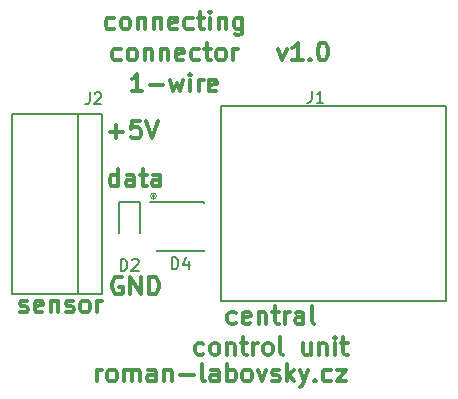
<source format=gto>
G04 #@! TF.GenerationSoftware,KiCad,Pcbnew,(5.1.6)-1*
G04 #@! TF.CreationDate,2023-04-30T23:27:37+02:00*
G04 #@! TF.ProjectId,connecting-connector-1-wire,636f6e6e-6563-4746-996e-672d636f6e6e,rev?*
G04 #@! TF.SameCoordinates,Original*
G04 #@! TF.FileFunction,Legend,Top*
G04 #@! TF.FilePolarity,Positive*
%FSLAX46Y46*%
G04 Gerber Fmt 4.6, Leading zero omitted, Abs format (unit mm)*
G04 Created by KiCad (PCBNEW (5.1.6)-1) date 2023-04-30 23:27:37*
%MOMM*%
%LPD*%
G01*
G04 APERTURE LIST*
%ADD10C,0.375000*%
%ADD11C,0.160000*%
%ADD12C,0.120000*%
%ADD13C,0.150000*%
%ADD14C,6.102000*%
%ADD15C,0.902000*%
%ADD16R,1.002000X1.002000*%
%ADD17R,3.602000X3.602000*%
%ADD18C,3.602000*%
%ADD19C,1.602000*%
%ADD20C,3.402000*%
%ADD21R,2.302000X0.902000*%
G04 APERTURE END LIST*
D10*
X211217142Y-72576571D02*
X211574285Y-73576571D01*
X211931428Y-72576571D01*
X213288571Y-73576571D02*
X212431428Y-73576571D01*
X212860000Y-73576571D02*
X212860000Y-72076571D01*
X212717142Y-72290857D01*
X212574285Y-72433714D01*
X212431428Y-72505142D01*
X213931428Y-73433714D02*
X214002857Y-73505142D01*
X213931428Y-73576571D01*
X213860000Y-73505142D01*
X213931428Y-73433714D01*
X213931428Y-73576571D01*
X214931428Y-72076571D02*
X215074285Y-72076571D01*
X215217142Y-72148000D01*
X215288571Y-72219428D01*
X215360000Y-72362285D01*
X215431428Y-72648000D01*
X215431428Y-73005142D01*
X215360000Y-73290857D01*
X215288571Y-73433714D01*
X215217142Y-73505142D01*
X215074285Y-73576571D01*
X214931428Y-73576571D01*
X214788571Y-73505142D01*
X214717142Y-73433714D01*
X214645714Y-73290857D01*
X214574285Y-73005142D01*
X214574285Y-72648000D01*
X214645714Y-72362285D01*
X214717142Y-72219428D01*
X214788571Y-72148000D01*
X214931428Y-72076571D01*
X207637428Y-95814642D02*
X207494571Y-95886071D01*
X207208857Y-95886071D01*
X207066000Y-95814642D01*
X206994571Y-95743214D01*
X206923142Y-95600357D01*
X206923142Y-95171785D01*
X206994571Y-95028928D01*
X207066000Y-94957500D01*
X207208857Y-94886071D01*
X207494571Y-94886071D01*
X207637428Y-94957500D01*
X208851714Y-95814642D02*
X208708857Y-95886071D01*
X208423142Y-95886071D01*
X208280285Y-95814642D01*
X208208857Y-95671785D01*
X208208857Y-95100357D01*
X208280285Y-94957500D01*
X208423142Y-94886071D01*
X208708857Y-94886071D01*
X208851714Y-94957500D01*
X208923142Y-95100357D01*
X208923142Y-95243214D01*
X208208857Y-95386071D01*
X209566000Y-94886071D02*
X209566000Y-95886071D01*
X209566000Y-95028928D02*
X209637428Y-94957500D01*
X209780285Y-94886071D01*
X209994571Y-94886071D01*
X210137428Y-94957500D01*
X210208857Y-95100357D01*
X210208857Y-95886071D01*
X210708857Y-94886071D02*
X211280285Y-94886071D01*
X210923142Y-94386071D02*
X210923142Y-95671785D01*
X210994571Y-95814642D01*
X211137428Y-95886071D01*
X211280285Y-95886071D01*
X211780285Y-95886071D02*
X211780285Y-94886071D01*
X211780285Y-95171785D02*
X211851714Y-95028928D01*
X211923142Y-94957500D01*
X212066000Y-94886071D01*
X212208857Y-94886071D01*
X213351714Y-95886071D02*
X213351714Y-95100357D01*
X213280285Y-94957500D01*
X213137428Y-94886071D01*
X212851714Y-94886071D01*
X212708857Y-94957500D01*
X213351714Y-95814642D02*
X213208857Y-95886071D01*
X212851714Y-95886071D01*
X212708857Y-95814642D01*
X212637428Y-95671785D01*
X212637428Y-95528928D01*
X212708857Y-95386071D01*
X212851714Y-95314642D01*
X213208857Y-95314642D01*
X213351714Y-95243214D01*
X214280285Y-95886071D02*
X214137428Y-95814642D01*
X214066000Y-95671785D01*
X214066000Y-94386071D01*
X204887428Y-98439642D02*
X204744571Y-98511071D01*
X204458857Y-98511071D01*
X204316000Y-98439642D01*
X204244571Y-98368214D01*
X204173142Y-98225357D01*
X204173142Y-97796785D01*
X204244571Y-97653928D01*
X204316000Y-97582500D01*
X204458857Y-97511071D01*
X204744571Y-97511071D01*
X204887428Y-97582500D01*
X205744571Y-98511071D02*
X205601714Y-98439642D01*
X205530285Y-98368214D01*
X205458857Y-98225357D01*
X205458857Y-97796785D01*
X205530285Y-97653928D01*
X205601714Y-97582500D01*
X205744571Y-97511071D01*
X205958857Y-97511071D01*
X206101714Y-97582500D01*
X206173142Y-97653928D01*
X206244571Y-97796785D01*
X206244571Y-98225357D01*
X206173142Y-98368214D01*
X206101714Y-98439642D01*
X205958857Y-98511071D01*
X205744571Y-98511071D01*
X206887428Y-97511071D02*
X206887428Y-98511071D01*
X206887428Y-97653928D02*
X206958857Y-97582500D01*
X207101714Y-97511071D01*
X207316000Y-97511071D01*
X207458857Y-97582500D01*
X207530285Y-97725357D01*
X207530285Y-98511071D01*
X208030285Y-97511071D02*
X208601714Y-97511071D01*
X208244571Y-97011071D02*
X208244571Y-98296785D01*
X208316000Y-98439642D01*
X208458857Y-98511071D01*
X208601714Y-98511071D01*
X209101714Y-98511071D02*
X209101714Y-97511071D01*
X209101714Y-97796785D02*
X209173142Y-97653928D01*
X209244571Y-97582500D01*
X209387428Y-97511071D01*
X209530285Y-97511071D01*
X210244571Y-98511071D02*
X210101714Y-98439642D01*
X210030285Y-98368214D01*
X209958857Y-98225357D01*
X209958857Y-97796785D01*
X210030285Y-97653928D01*
X210101714Y-97582500D01*
X210244571Y-97511071D01*
X210458857Y-97511071D01*
X210601714Y-97582500D01*
X210673142Y-97653928D01*
X210744571Y-97796785D01*
X210744571Y-98225357D01*
X210673142Y-98368214D01*
X210601714Y-98439642D01*
X210458857Y-98511071D01*
X210244571Y-98511071D01*
X211601714Y-98511071D02*
X211458857Y-98439642D01*
X211387428Y-98296785D01*
X211387428Y-97011071D01*
X213958857Y-97511071D02*
X213958857Y-98511071D01*
X213316000Y-97511071D02*
X213316000Y-98296785D01*
X213387428Y-98439642D01*
X213530285Y-98511071D01*
X213744571Y-98511071D01*
X213887428Y-98439642D01*
X213958857Y-98368214D01*
X214673142Y-97511071D02*
X214673142Y-98511071D01*
X214673142Y-97653928D02*
X214744571Y-97582500D01*
X214887428Y-97511071D01*
X215101714Y-97511071D01*
X215244571Y-97582500D01*
X215316000Y-97725357D01*
X215316000Y-98511071D01*
X216030285Y-98511071D02*
X216030285Y-97511071D01*
X216030285Y-97011071D02*
X215958857Y-97082500D01*
X216030285Y-97153928D01*
X216101714Y-97082500D01*
X216030285Y-97011071D01*
X216030285Y-97153928D01*
X216530285Y-97511071D02*
X217101714Y-97511071D01*
X216744571Y-97011071D02*
X216744571Y-98296785D01*
X216816000Y-98439642D01*
X216958857Y-98511071D01*
X217101714Y-98511071D01*
X197671714Y-84244571D02*
X197671714Y-82744571D01*
X197671714Y-84173142D02*
X197528857Y-84244571D01*
X197243142Y-84244571D01*
X197100285Y-84173142D01*
X197028857Y-84101714D01*
X196957428Y-83958857D01*
X196957428Y-83530285D01*
X197028857Y-83387428D01*
X197100285Y-83316000D01*
X197243142Y-83244571D01*
X197528857Y-83244571D01*
X197671714Y-83316000D01*
X199028857Y-84244571D02*
X199028857Y-83458857D01*
X198957428Y-83316000D01*
X198814571Y-83244571D01*
X198528857Y-83244571D01*
X198386000Y-83316000D01*
X199028857Y-84173142D02*
X198886000Y-84244571D01*
X198528857Y-84244571D01*
X198386000Y-84173142D01*
X198314571Y-84030285D01*
X198314571Y-83887428D01*
X198386000Y-83744571D01*
X198528857Y-83673142D01*
X198886000Y-83673142D01*
X199028857Y-83601714D01*
X199528857Y-83244571D02*
X200100285Y-83244571D01*
X199743142Y-82744571D02*
X199743142Y-84030285D01*
X199814571Y-84173142D01*
X199957428Y-84244571D01*
X200100285Y-84244571D01*
X201243142Y-84244571D02*
X201243142Y-83458857D01*
X201171714Y-83316000D01*
X201028857Y-83244571D01*
X200743142Y-83244571D01*
X200600285Y-83316000D01*
X201243142Y-84173142D02*
X201100285Y-84244571D01*
X200743142Y-84244571D01*
X200600285Y-84173142D01*
X200528857Y-84030285D01*
X200528857Y-83887428D01*
X200600285Y-83744571D01*
X200743142Y-83673142D01*
X201100285Y-83673142D01*
X201243142Y-83601714D01*
X196953428Y-79609142D02*
X198096285Y-79609142D01*
X197524857Y-80180571D02*
X197524857Y-79037714D01*
X199524857Y-78680571D02*
X198810571Y-78680571D01*
X198739142Y-79394857D01*
X198810571Y-79323428D01*
X198953428Y-79252000D01*
X199310571Y-79252000D01*
X199453428Y-79323428D01*
X199524857Y-79394857D01*
X199596285Y-79537714D01*
X199596285Y-79894857D01*
X199524857Y-80037714D01*
X199453428Y-80109142D01*
X199310571Y-80180571D01*
X198953428Y-80180571D01*
X198810571Y-80109142D01*
X198739142Y-80037714D01*
X200024857Y-78680571D02*
X200524857Y-80180571D01*
X201024857Y-78680571D01*
X197993142Y-91960000D02*
X197850285Y-91888571D01*
X197636000Y-91888571D01*
X197421714Y-91960000D01*
X197278857Y-92102857D01*
X197207428Y-92245714D01*
X197136000Y-92531428D01*
X197136000Y-92745714D01*
X197207428Y-93031428D01*
X197278857Y-93174285D01*
X197421714Y-93317142D01*
X197636000Y-93388571D01*
X197778857Y-93388571D01*
X197993142Y-93317142D01*
X198064571Y-93245714D01*
X198064571Y-92745714D01*
X197778857Y-92745714D01*
X198707428Y-93388571D02*
X198707428Y-91888571D01*
X199564571Y-93388571D01*
X199564571Y-91888571D01*
X200278857Y-93388571D02*
X200278857Y-91888571D01*
X200636000Y-91888571D01*
X200850285Y-91960000D01*
X200993142Y-92102857D01*
X201064571Y-92245714D01*
X201136000Y-92531428D01*
X201136000Y-92745714D01*
X201064571Y-93031428D01*
X200993142Y-93174285D01*
X200850285Y-93317142D01*
X200636000Y-93388571D01*
X200278857Y-93388571D01*
X189393142Y-94841142D02*
X189536000Y-94912571D01*
X189821714Y-94912571D01*
X189964571Y-94841142D01*
X190036000Y-94698285D01*
X190036000Y-94626857D01*
X189964571Y-94484000D01*
X189821714Y-94412571D01*
X189607428Y-94412571D01*
X189464571Y-94341142D01*
X189393142Y-94198285D01*
X189393142Y-94126857D01*
X189464571Y-93984000D01*
X189607428Y-93912571D01*
X189821714Y-93912571D01*
X189964571Y-93984000D01*
X191250285Y-94841142D02*
X191107428Y-94912571D01*
X190821714Y-94912571D01*
X190678857Y-94841142D01*
X190607428Y-94698285D01*
X190607428Y-94126857D01*
X190678857Y-93984000D01*
X190821714Y-93912571D01*
X191107428Y-93912571D01*
X191250285Y-93984000D01*
X191321714Y-94126857D01*
X191321714Y-94269714D01*
X190607428Y-94412571D01*
X191964571Y-93912571D02*
X191964571Y-94912571D01*
X191964571Y-94055428D02*
X192036000Y-93984000D01*
X192178857Y-93912571D01*
X192393142Y-93912571D01*
X192536000Y-93984000D01*
X192607428Y-94126857D01*
X192607428Y-94912571D01*
X193250285Y-94841142D02*
X193393142Y-94912571D01*
X193678857Y-94912571D01*
X193821714Y-94841142D01*
X193893142Y-94698285D01*
X193893142Y-94626857D01*
X193821714Y-94484000D01*
X193678857Y-94412571D01*
X193464571Y-94412571D01*
X193321714Y-94341142D01*
X193250285Y-94198285D01*
X193250285Y-94126857D01*
X193321714Y-93984000D01*
X193464571Y-93912571D01*
X193678857Y-93912571D01*
X193821714Y-93984000D01*
X194750285Y-94912571D02*
X194607428Y-94841142D01*
X194536000Y-94769714D01*
X194464571Y-94626857D01*
X194464571Y-94198285D01*
X194536000Y-94055428D01*
X194607428Y-93984000D01*
X194750285Y-93912571D01*
X194964571Y-93912571D01*
X195107428Y-93984000D01*
X195178857Y-94055428D01*
X195250285Y-94198285D01*
X195250285Y-94626857D01*
X195178857Y-94769714D01*
X195107428Y-94841142D01*
X194964571Y-94912571D01*
X194750285Y-94912571D01*
X195893142Y-94912571D02*
X195893142Y-93912571D01*
X195893142Y-94198285D02*
X195964571Y-94055428D01*
X196036000Y-93984000D01*
X196178857Y-93912571D01*
X196321714Y-93912571D01*
X197330857Y-70880142D02*
X197188000Y-70951571D01*
X196902285Y-70951571D01*
X196759428Y-70880142D01*
X196688000Y-70808714D01*
X196616571Y-70665857D01*
X196616571Y-70237285D01*
X196688000Y-70094428D01*
X196759428Y-70023000D01*
X196902285Y-69951571D01*
X197188000Y-69951571D01*
X197330857Y-70023000D01*
X198188000Y-70951571D02*
X198045142Y-70880142D01*
X197973714Y-70808714D01*
X197902285Y-70665857D01*
X197902285Y-70237285D01*
X197973714Y-70094428D01*
X198045142Y-70023000D01*
X198188000Y-69951571D01*
X198402285Y-69951571D01*
X198545142Y-70023000D01*
X198616571Y-70094428D01*
X198688000Y-70237285D01*
X198688000Y-70665857D01*
X198616571Y-70808714D01*
X198545142Y-70880142D01*
X198402285Y-70951571D01*
X198188000Y-70951571D01*
X199330857Y-69951571D02*
X199330857Y-70951571D01*
X199330857Y-70094428D02*
X199402285Y-70023000D01*
X199545142Y-69951571D01*
X199759428Y-69951571D01*
X199902285Y-70023000D01*
X199973714Y-70165857D01*
X199973714Y-70951571D01*
X200688000Y-69951571D02*
X200688000Y-70951571D01*
X200688000Y-70094428D02*
X200759428Y-70023000D01*
X200902285Y-69951571D01*
X201116571Y-69951571D01*
X201259428Y-70023000D01*
X201330857Y-70165857D01*
X201330857Y-70951571D01*
X202616571Y-70880142D02*
X202473714Y-70951571D01*
X202188000Y-70951571D01*
X202045142Y-70880142D01*
X201973714Y-70737285D01*
X201973714Y-70165857D01*
X202045142Y-70023000D01*
X202188000Y-69951571D01*
X202473714Y-69951571D01*
X202616571Y-70023000D01*
X202688000Y-70165857D01*
X202688000Y-70308714D01*
X201973714Y-70451571D01*
X203973714Y-70880142D02*
X203830857Y-70951571D01*
X203545142Y-70951571D01*
X203402285Y-70880142D01*
X203330857Y-70808714D01*
X203259428Y-70665857D01*
X203259428Y-70237285D01*
X203330857Y-70094428D01*
X203402285Y-70023000D01*
X203545142Y-69951571D01*
X203830857Y-69951571D01*
X203973714Y-70023000D01*
X204402285Y-69951571D02*
X204973714Y-69951571D01*
X204616571Y-69451571D02*
X204616571Y-70737285D01*
X204688000Y-70880142D01*
X204830857Y-70951571D01*
X204973714Y-70951571D01*
X205473714Y-70951571D02*
X205473714Y-69951571D01*
X205473714Y-69451571D02*
X205402285Y-69523000D01*
X205473714Y-69594428D01*
X205545142Y-69523000D01*
X205473714Y-69451571D01*
X205473714Y-69594428D01*
X206188000Y-69951571D02*
X206188000Y-70951571D01*
X206188000Y-70094428D02*
X206259428Y-70023000D01*
X206402285Y-69951571D01*
X206616571Y-69951571D01*
X206759428Y-70023000D01*
X206830857Y-70165857D01*
X206830857Y-70951571D01*
X208188000Y-69951571D02*
X208188000Y-71165857D01*
X208116571Y-71308714D01*
X208045142Y-71380142D01*
X207902285Y-71451571D01*
X207688000Y-71451571D01*
X207545142Y-71380142D01*
X208188000Y-70880142D02*
X208045142Y-70951571D01*
X207759428Y-70951571D01*
X207616571Y-70880142D01*
X207545142Y-70808714D01*
X207473714Y-70665857D01*
X207473714Y-70237285D01*
X207545142Y-70094428D01*
X207616571Y-70023000D01*
X207759428Y-69951571D01*
X208045142Y-69951571D01*
X208188000Y-70023000D01*
X197902285Y-73505142D02*
X197759428Y-73576571D01*
X197473714Y-73576571D01*
X197330857Y-73505142D01*
X197259428Y-73433714D01*
X197188000Y-73290857D01*
X197188000Y-72862285D01*
X197259428Y-72719428D01*
X197330857Y-72648000D01*
X197473714Y-72576571D01*
X197759428Y-72576571D01*
X197902285Y-72648000D01*
X198759428Y-73576571D02*
X198616571Y-73505142D01*
X198545142Y-73433714D01*
X198473714Y-73290857D01*
X198473714Y-72862285D01*
X198545142Y-72719428D01*
X198616571Y-72648000D01*
X198759428Y-72576571D01*
X198973714Y-72576571D01*
X199116571Y-72648000D01*
X199188000Y-72719428D01*
X199259428Y-72862285D01*
X199259428Y-73290857D01*
X199188000Y-73433714D01*
X199116571Y-73505142D01*
X198973714Y-73576571D01*
X198759428Y-73576571D01*
X199902285Y-72576571D02*
X199902285Y-73576571D01*
X199902285Y-72719428D02*
X199973714Y-72648000D01*
X200116571Y-72576571D01*
X200330857Y-72576571D01*
X200473714Y-72648000D01*
X200545142Y-72790857D01*
X200545142Y-73576571D01*
X201259428Y-72576571D02*
X201259428Y-73576571D01*
X201259428Y-72719428D02*
X201330857Y-72648000D01*
X201473714Y-72576571D01*
X201688000Y-72576571D01*
X201830857Y-72648000D01*
X201902285Y-72790857D01*
X201902285Y-73576571D01*
X203188000Y-73505142D02*
X203045142Y-73576571D01*
X202759428Y-73576571D01*
X202616571Y-73505142D01*
X202545142Y-73362285D01*
X202545142Y-72790857D01*
X202616571Y-72648000D01*
X202759428Y-72576571D01*
X203045142Y-72576571D01*
X203188000Y-72648000D01*
X203259428Y-72790857D01*
X203259428Y-72933714D01*
X202545142Y-73076571D01*
X204545142Y-73505142D02*
X204402285Y-73576571D01*
X204116571Y-73576571D01*
X203973714Y-73505142D01*
X203902285Y-73433714D01*
X203830857Y-73290857D01*
X203830857Y-72862285D01*
X203902285Y-72719428D01*
X203973714Y-72648000D01*
X204116571Y-72576571D01*
X204402285Y-72576571D01*
X204545142Y-72648000D01*
X204973714Y-72576571D02*
X205545142Y-72576571D01*
X205188000Y-72076571D02*
X205188000Y-73362285D01*
X205259428Y-73505142D01*
X205402285Y-73576571D01*
X205545142Y-73576571D01*
X206259428Y-73576571D02*
X206116571Y-73505142D01*
X206045142Y-73433714D01*
X205973714Y-73290857D01*
X205973714Y-72862285D01*
X206045142Y-72719428D01*
X206116571Y-72648000D01*
X206259428Y-72576571D01*
X206473714Y-72576571D01*
X206616571Y-72648000D01*
X206688000Y-72719428D01*
X206759428Y-72862285D01*
X206759428Y-73290857D01*
X206688000Y-73433714D01*
X206616571Y-73505142D01*
X206473714Y-73576571D01*
X206259428Y-73576571D01*
X207402285Y-73576571D02*
X207402285Y-72576571D01*
X207402285Y-72862285D02*
X207473714Y-72719428D01*
X207545142Y-72648000D01*
X207688000Y-72576571D01*
X207830857Y-72576571D01*
X199688000Y-76201571D02*
X198830857Y-76201571D01*
X199259428Y-76201571D02*
X199259428Y-74701571D01*
X199116571Y-74915857D01*
X198973714Y-75058714D01*
X198830857Y-75130142D01*
X200330857Y-75630142D02*
X201473714Y-75630142D01*
X202045142Y-75201571D02*
X202330857Y-76201571D01*
X202616571Y-75487285D01*
X202902285Y-76201571D01*
X203188000Y-75201571D01*
X203759428Y-76201571D02*
X203759428Y-75201571D01*
X203759428Y-74701571D02*
X203688000Y-74773000D01*
X203759428Y-74844428D01*
X203830857Y-74773000D01*
X203759428Y-74701571D01*
X203759428Y-74844428D01*
X204473714Y-76201571D02*
X204473714Y-75201571D01*
X204473714Y-75487285D02*
X204545142Y-75344428D01*
X204616571Y-75273000D01*
X204759428Y-75201571D01*
X204902285Y-75201571D01*
X205973714Y-76130142D02*
X205830857Y-76201571D01*
X205545142Y-76201571D01*
X205402285Y-76130142D01*
X205330857Y-75987285D01*
X205330857Y-75415857D01*
X205402285Y-75273000D01*
X205545142Y-75201571D01*
X205830857Y-75201571D01*
X205973714Y-75273000D01*
X206045142Y-75415857D01*
X206045142Y-75558714D01*
X205330857Y-75701571D01*
X195910714Y-100754571D02*
X195910714Y-99754571D01*
X195910714Y-100040285D02*
X195982142Y-99897428D01*
X196053571Y-99826000D01*
X196196428Y-99754571D01*
X196339285Y-99754571D01*
X197053571Y-100754571D02*
X196910714Y-100683142D01*
X196839285Y-100611714D01*
X196767857Y-100468857D01*
X196767857Y-100040285D01*
X196839285Y-99897428D01*
X196910714Y-99826000D01*
X197053571Y-99754571D01*
X197267857Y-99754571D01*
X197410714Y-99826000D01*
X197482142Y-99897428D01*
X197553571Y-100040285D01*
X197553571Y-100468857D01*
X197482142Y-100611714D01*
X197410714Y-100683142D01*
X197267857Y-100754571D01*
X197053571Y-100754571D01*
X198196428Y-100754571D02*
X198196428Y-99754571D01*
X198196428Y-99897428D02*
X198267857Y-99826000D01*
X198410714Y-99754571D01*
X198625000Y-99754571D01*
X198767857Y-99826000D01*
X198839285Y-99968857D01*
X198839285Y-100754571D01*
X198839285Y-99968857D02*
X198910714Y-99826000D01*
X199053571Y-99754571D01*
X199267857Y-99754571D01*
X199410714Y-99826000D01*
X199482142Y-99968857D01*
X199482142Y-100754571D01*
X200839285Y-100754571D02*
X200839285Y-99968857D01*
X200767857Y-99826000D01*
X200625000Y-99754571D01*
X200339285Y-99754571D01*
X200196428Y-99826000D01*
X200839285Y-100683142D02*
X200696428Y-100754571D01*
X200339285Y-100754571D01*
X200196428Y-100683142D01*
X200125000Y-100540285D01*
X200125000Y-100397428D01*
X200196428Y-100254571D01*
X200339285Y-100183142D01*
X200696428Y-100183142D01*
X200839285Y-100111714D01*
X201553571Y-99754571D02*
X201553571Y-100754571D01*
X201553571Y-99897428D02*
X201625000Y-99826000D01*
X201767857Y-99754571D01*
X201982142Y-99754571D01*
X202125000Y-99826000D01*
X202196428Y-99968857D01*
X202196428Y-100754571D01*
X202910714Y-100183142D02*
X204053571Y-100183142D01*
X204982142Y-100754571D02*
X204839285Y-100683142D01*
X204767857Y-100540285D01*
X204767857Y-99254571D01*
X206196428Y-100754571D02*
X206196428Y-99968857D01*
X206125000Y-99826000D01*
X205982142Y-99754571D01*
X205696428Y-99754571D01*
X205553571Y-99826000D01*
X206196428Y-100683142D02*
X206053571Y-100754571D01*
X205696428Y-100754571D01*
X205553571Y-100683142D01*
X205482142Y-100540285D01*
X205482142Y-100397428D01*
X205553571Y-100254571D01*
X205696428Y-100183142D01*
X206053571Y-100183142D01*
X206196428Y-100111714D01*
X206910714Y-100754571D02*
X206910714Y-99254571D01*
X206910714Y-99826000D02*
X207053571Y-99754571D01*
X207339285Y-99754571D01*
X207482142Y-99826000D01*
X207553571Y-99897428D01*
X207625000Y-100040285D01*
X207625000Y-100468857D01*
X207553571Y-100611714D01*
X207482142Y-100683142D01*
X207339285Y-100754571D01*
X207053571Y-100754571D01*
X206910714Y-100683142D01*
X208482142Y-100754571D02*
X208339285Y-100683142D01*
X208267857Y-100611714D01*
X208196428Y-100468857D01*
X208196428Y-100040285D01*
X208267857Y-99897428D01*
X208339285Y-99826000D01*
X208482142Y-99754571D01*
X208696428Y-99754571D01*
X208839285Y-99826000D01*
X208910714Y-99897428D01*
X208982142Y-100040285D01*
X208982142Y-100468857D01*
X208910714Y-100611714D01*
X208839285Y-100683142D01*
X208696428Y-100754571D01*
X208482142Y-100754571D01*
X209482142Y-99754571D02*
X209839285Y-100754571D01*
X210196428Y-99754571D01*
X210696428Y-100683142D02*
X210839285Y-100754571D01*
X211125000Y-100754571D01*
X211267857Y-100683142D01*
X211339285Y-100540285D01*
X211339285Y-100468857D01*
X211267857Y-100326000D01*
X211125000Y-100254571D01*
X210910714Y-100254571D01*
X210767857Y-100183142D01*
X210696428Y-100040285D01*
X210696428Y-99968857D01*
X210767857Y-99826000D01*
X210910714Y-99754571D01*
X211125000Y-99754571D01*
X211267857Y-99826000D01*
X211982142Y-100754571D02*
X211982142Y-99254571D01*
X212125000Y-100183142D02*
X212553571Y-100754571D01*
X212553571Y-99754571D02*
X211982142Y-100326000D01*
X213053571Y-99754571D02*
X213410714Y-100754571D01*
X213767857Y-99754571D02*
X213410714Y-100754571D01*
X213267857Y-101111714D01*
X213196428Y-101183142D01*
X213053571Y-101254571D01*
X214339285Y-100611714D02*
X214410714Y-100683142D01*
X214339285Y-100754571D01*
X214267857Y-100683142D01*
X214339285Y-100611714D01*
X214339285Y-100754571D01*
X215696428Y-100683142D02*
X215553571Y-100754571D01*
X215267857Y-100754571D01*
X215125000Y-100683142D01*
X215053571Y-100611714D01*
X214982142Y-100468857D01*
X214982142Y-100040285D01*
X215053571Y-99897428D01*
X215125000Y-99826000D01*
X215267857Y-99754571D01*
X215553571Y-99754571D01*
X215696428Y-99826000D01*
X216196428Y-99754571D02*
X216982142Y-99754571D01*
X216196428Y-100754571D01*
X216982142Y-100754571D01*
D11*
X199478000Y-85598000D02*
X197778000Y-85598000D01*
X197778000Y-85598000D02*
X197778000Y-88172000D01*
X199478000Y-85598000D02*
X199478000Y-88172000D01*
X196270000Y-93345000D02*
X188670000Y-93345000D01*
X194310000Y-93345000D02*
X194310000Y-78105000D01*
X196270000Y-93345000D02*
X196270000Y-78105000D01*
X196270000Y-78105000D02*
X188670000Y-78105000D01*
X188670000Y-93345000D02*
X188670000Y-78105000D01*
X206375000Y-77470000D02*
X206375000Y-93980000D01*
X225425000Y-77470000D02*
X206375000Y-77470000D01*
X225425000Y-93980000D02*
X225425000Y-77470000D01*
X206375000Y-93980000D02*
X225425000Y-93980000D01*
X204936000Y-85550000D02*
X204936000Y-85661500D01*
X204936000Y-89598500D02*
X204936000Y-89710000D01*
X200956000Y-89710000D02*
X204936000Y-89710000D01*
X200956000Y-89598500D02*
X200956000Y-89710000D01*
X200406000Y-85550000D02*
X204936000Y-85550000D01*
D12*
X200914000Y-85075010D02*
G75*
G03*
X200914000Y-85075010I-254000J0D01*
G01*
X200801990Y-85075010D02*
G75*
G03*
X200801990Y-85075010I-141990J0D01*
G01*
X200723500Y-85075010D02*
G75*
G03*
X200723500Y-85075010I-63500J0D01*
G01*
D13*
D11*
X197889904Y-91384380D02*
X197889904Y-90384380D01*
X198128000Y-90384380D01*
X198270857Y-90432000D01*
X198366095Y-90527238D01*
X198413714Y-90622476D01*
X198461333Y-90812952D01*
X198461333Y-90955809D01*
X198413714Y-91146285D01*
X198366095Y-91241523D01*
X198270857Y-91336761D01*
X198128000Y-91384380D01*
X197889904Y-91384380D01*
X198842285Y-90479619D02*
X198889904Y-90432000D01*
X198985142Y-90384380D01*
X199223238Y-90384380D01*
X199318476Y-90432000D01*
X199366095Y-90479619D01*
X199413714Y-90574857D01*
X199413714Y-90670095D01*
X199366095Y-90812952D01*
X198794666Y-91384380D01*
X199413714Y-91384380D01*
X195246666Y-76287380D02*
X195246666Y-77001666D01*
X195199047Y-77144523D01*
X195103809Y-77239761D01*
X194960952Y-77287380D01*
X194865714Y-77287380D01*
X195675238Y-76382619D02*
X195722857Y-76335000D01*
X195818095Y-76287380D01*
X196056190Y-76287380D01*
X196151428Y-76335000D01*
X196199047Y-76382619D01*
X196246666Y-76477857D01*
X196246666Y-76573095D01*
X196199047Y-76715952D01*
X195627619Y-77287380D01*
X196246666Y-77287380D01*
X214042666Y-76160380D02*
X214042666Y-76874666D01*
X213995047Y-77017523D01*
X213899809Y-77112761D01*
X213756952Y-77160380D01*
X213661714Y-77160380D01*
X215042666Y-77160380D02*
X214471238Y-77160380D01*
X214756952Y-77160380D02*
X214756952Y-76160380D01*
X214661714Y-76303238D01*
X214566476Y-76398476D01*
X214471238Y-76446095D01*
X202207904Y-91257380D02*
X202207904Y-90257380D01*
X202446000Y-90257380D01*
X202588857Y-90305000D01*
X202684095Y-90400238D01*
X202731714Y-90495476D01*
X202779333Y-90685952D01*
X202779333Y-90828809D01*
X202731714Y-91019285D01*
X202684095Y-91114523D01*
X202588857Y-91209761D01*
X202446000Y-91257380D01*
X202207904Y-91257380D01*
X203636476Y-90590714D02*
X203636476Y-91257380D01*
X203398380Y-90209761D02*
X203160285Y-90924047D01*
X203779333Y-90924047D01*
%LPC*%
D14*
X192532000Y-98298000D03*
X220980000Y-98298000D03*
X220980000Y-72390000D03*
X192278000Y-72390000D03*
D15*
X198628000Y-89662000D03*
D16*
X198628000Y-87847000D03*
X198628000Y-86397000D03*
D17*
X191770000Y-80645000D03*
D18*
X191770000Y-90805000D03*
X191770000Y-85725000D03*
D19*
X210820000Y-87629000D03*
X208280000Y-81279000D03*
D20*
X217170000Y-91441000D03*
D19*
X210820000Y-82549000D03*
X208280000Y-88899000D03*
X210820000Y-85089000D03*
X208280000Y-86359000D03*
X208280000Y-83819000D03*
X210820000Y-90169000D03*
D20*
X217170000Y-80009000D03*
D21*
X201218800Y-87630000D03*
X201218800Y-88900000D03*
X201218800Y-86360000D03*
X204673200Y-88900000D03*
X204673200Y-87630000D03*
X204673200Y-86360000D03*
M02*

</source>
